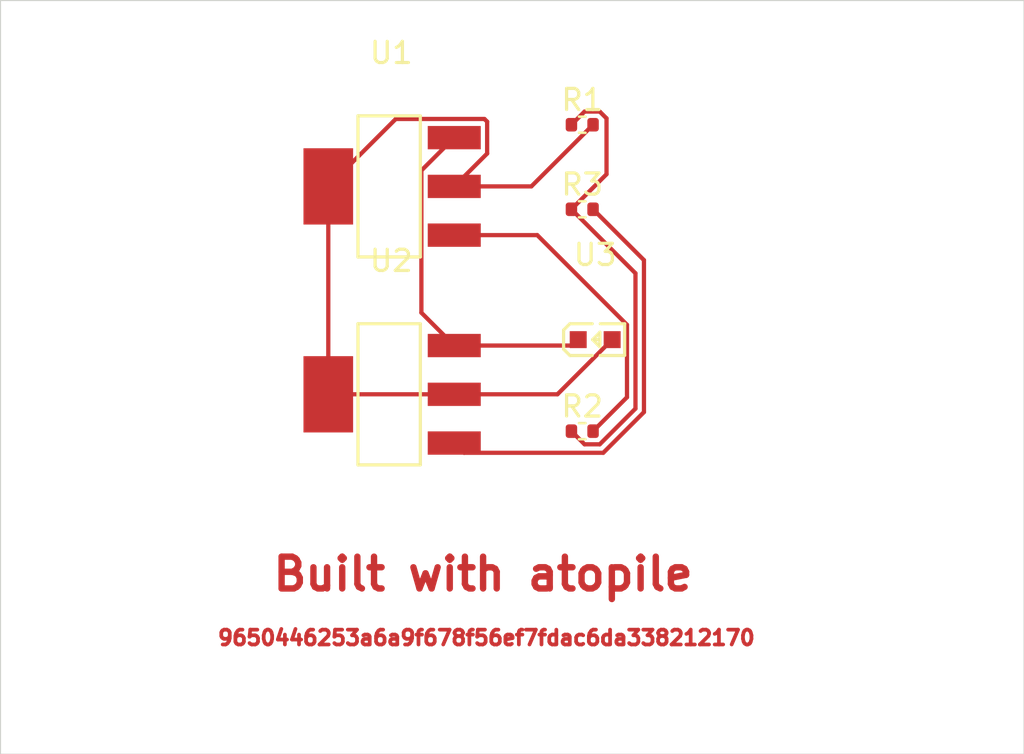
<source format=kicad_pcb>
(kicad_pcb (version 20221018) (generator pcbnew)
  (layers (0 "F.Cu" signal) (31 "B.Cu" signal) (34 "B.Paste" user) (35 "F.Paste" user) (36 "B.SilkS" user "B.Silkscreen") (37 "F.SilkS" user "F.Silkscreen") (38 "B.Mask" user) (39 "F.Mask" user) (44 "Edge.Cuts" user))
  (net 0 "")
  (net 1 "b")
  (net 2 "c")
  (net 3 "e")
  (net 4 "b-1")
  (net 5 "vcc")
  (footprint "footprints1:SOT-223-3_L6.5-W3.4-P2.30-LS7.0-BR" (layer "F.Cu") (at 142.885 89.7)
    (fp_text reference "U2" (at 0 -6.3) (layer "F.SilkS"))
    (fp_text value "")
    (fp_line (start -1.57 -3.33) (end 1.37 -3.33) (stroke (width 0.15)) (layer "F.SilkS"))
    (fp_line (start -1.57 3.33) (end -1.57 -3.33) (stroke (width 0.15)) (layer "F.SilkS"))
    (fp_line (start 1.37 -3.33) (end 1.37 3.33) (stroke (width 0.15)) (layer "F.SilkS"))
    (fp_line (start 1.37 3.33) (end -1.57 3.33) (stroke (width 0.15)) (layer "F.SilkS"))
    (pad "1" smd rect (at 2.97 2.3) (size 2.5 1.1) (layers "F.Cu" "F.Paste" "F.Mask") (net 4 "b-1"))
    (pad "2" smd rect (at 2.97 0) (size 2.5 1.1) (layers "F.Cu" "F.Paste" "F.Mask") (net 2 "c"))
    (pad "3" smd rect (at 2.97 -2.3) (size 2.5 1.1) (layers "F.Cu" "F.Paste" "F.Mask") (net 3 "e"))
    (pad "4" smd rect (at -2.97 0) (size 2.34 3.6) (layers "F.Cu" "F.Paste" "F.Mask") (net 2 "c"))
  )
  (footprint "footprints:R0402" (layer "F.Cu") (at 151.89 91.44)
    (fp_text reference "R2" (at 0 -1.17) (layer "F.SilkS"))
    (fp_text value "1.0 +/- 0.10000000000000003 kiloohm")
    (fp_line (start -0.153641 -0.38) (end 0.153641 -0.38) (stroke (width 0.12)) (layer "F.SilkS"))
    (fp_line (start -0.153641 0.38) (end 0.153641 0.38) (stroke (width 0.12)) (layer "F.SilkS"))
    (pad "1" smd roundrect (at -0.51 0) (size 0.54 0.64) (layers "F.Cu" "F.Paste" "F.Mask") (net 5 "vcc"))
    (pad "2" smd roundrect (at 0.51 0) (size 0.54 0.64) (layers "F.Cu" "F.Paste" "F.Mask") (net 1 "b"))
  )
  (footprint "footprints:R0402" (layer "F.Cu") (at 151.89 80.97)
    (fp_text reference "R3" (at 0 -1.17) (layer "F.SilkS"))
    (fp_text value "1.0 +/- 0.10000000000000003 kiloohm")
    (fp_line (start -0.153641 -0.38) (end 0.153641 -0.38) (stroke (width 0.12)) (layer "F.SilkS"))
    (fp_line (start -0.153641 0.38) (end 0.153641 0.38) (stroke (width 0.12)) (layer "F.SilkS"))
    (pad "1" smd roundrect (at -0.51 0) (size 0.54 0.64) (layers "F.Cu" "F.Paste" "F.Mask") (net 5 "vcc"))
    (pad "2" smd roundrect (at 0.51 0) (size 0.54 0.64) (layers "F.Cu" "F.Paste" "F.Mask") (net 4 "b-1"))
  )
  (footprint "footprints:LED0603-RD" (layer "F.Cu") (at 152.5 87.12)
    (fp_text reference "U3" (at 0 -4) (layer "F.SilkS"))
    (fp_text value "")
    (fp_line (start -1.49 -0.45) (end -1.19 -0.75) (stroke (width 0.15)) (layer "F.SilkS"))
    (fp_line (start -1.49 -0.35) (end -1.49 -0.45) (stroke (width 0.15)) (layer "F.SilkS"))
    (fp_line (start -1.49 -0.35) (end -1.49 0.35) (stroke (width 0.15)) (layer "F.SilkS"))
    (fp_line (start -1.49 0.35) (end -1.49 0.45) (stroke (width 0.15)) (layer "F.SilkS"))
    (fp_line (start -1.49 0.45) (end -1.19 0.75) (stroke (width 0.15)) (layer "F.SilkS"))
    (fp_line (start -0.14 -0.75) (end -1.19 -0.75) (stroke (width 0.15)) (layer "F.SilkS"))
    (fp_line (start -0.14 0.75) (end -1.19 0.75) (stroke (width 0.15)) (layer "F.SilkS"))
    (fp_line (start 0.21 0.33) (end -0.12 0) (stroke (width 0.15)) (layer "F.SilkS"))
    (fp_line (start 0.22 -0.35) (end 0.22 -0.34) (stroke (width 0.15)) (layer "F.SilkS"))
    (fp_line (start 0.22 -0.35) (end 0.22 0.33) (stroke (width 0.15)) (layer "F.SilkS"))
    (fp_line (start 0.22 -0.34) (end -0.12 0) (stroke (width 0.15)) (layer "F.SilkS"))
    (fp_line (start 0.22 0) (end -0.12 0) (stroke (width 0.15)) (layer "F.SilkS"))
    (fp_line (start 0.22 0.33) (end 0.21 0.33) (stroke (width 0.15)) (layer "F.SilkS"))
    (fp_line (start 0.24 -0.75) (end 1.39 -0.75) (stroke (width 0.15)) (layer "F.SilkS"))
    (fp_line (start 0.24 0.75) (end 1.39 0.75) (stroke (width 0.15)) (layer "F.SilkS"))
    (fp_line (start 1.39 -0.75) (end 1.39 0.73) (stroke (width 0.15)) (layer "F.SilkS"))
    (pad "1" smd rect (at -0.8 0 90) (size 0.8 0.8) (layers "F.Cu" "F.Paste" "F.Mask") (net 3 "e"))
    (pad "2" smd rect (at 0.8 0 90) (size 0.8 0.8) (layers "F.Cu" "F.Paste" "F.Mask") (net 2 "c"))
  )
  (footprint "footprints:R0402" (layer "F.Cu") (at 151.89 76.98)
    (fp_text reference "R1" (at 0 -1.17) (layer "F.SilkS"))
    (fp_text value "10.0 +/- 1.0 kiloohm")
    (fp_line (start -0.153641 -0.38) (end 0.153641 -0.38) (stroke (width 0.12)) (layer "F.SilkS"))
    (fp_line (start -0.153641 0.38) (end 0.153641 0.38) (stroke (width 0.12)) (layer "F.SilkS"))
    (pad "1" smd roundrect (at -0.51 0) (size 0.54 0.64) (layers "F.Cu" "F.Paste" "F.Mask") (net 5 "vcc"))
    (pad "2" smd roundrect (at 0.51 0) (size 0.54 0.64) (layers "F.Cu" "F.Paste" "F.Mask") (net 2 "c"))
  )
  (footprint "footprints1:SOT-223-3_L6.5-W3.4-P2.30-LS7.0-BR" (layer "F.Cu") (at 142.885 79.89)
    (fp_text reference "U1" (at 0 -6.3) (layer "F.SilkS"))
    (fp_text value "")
    (fp_line (start -1.57 -3.33) (end 1.37 -3.33) (stroke (width 0.15)) (layer "F.SilkS"))
    (fp_line (start -1.57 3.33) (end -1.57 -3.33) (stroke (width 0.15)) (layer "F.SilkS"))
    (fp_line (start 1.37 -3.33) (end 1.37 3.33) (stroke (width 0.15)) (layer "F.SilkS"))
    (fp_line (start 1.37 3.33) (end -1.57 3.33) (stroke (width 0.15)) (layer "F.SilkS"))
    (pad "1" smd rect (at 2.97 2.3) (size 2.5 1.1) (layers "F.Cu" "F.Paste" "F.Mask") (net 1 "b"))
    (pad "2" smd rect (at 2.97 0) (size 2.5 1.1) (layers "F.Cu" "F.Paste" "F.Mask") (net 2 "c"))
    (pad "3" smd rect (at 2.97 -2.3) (size 2.5 1.1) (layers "F.Cu" "F.Paste" "F.Mask") (net 3 "e"))
    (pad "4" smd rect (at -2.97 0) (size 2.34 3.6) (layers "F.Cu" "F.Paste" "F.Mask") (net 2 "c"))
  )
  (gr_rect (start 124.46 71.12) (end 172.72 106.68) (stroke (width 0.05)) (fill none) (layer "Edge.Cuts"))
  (gr_text "Built with atopile\n" (at 137.16 99.06) (layer "F.Cu") (effects (font (size 1.5 1.5) (thickness 0.3) bold) (justify left bottom)))
  (gr_text "9650446253a6a9f678f56ef7fdac6da338212170" (at 134.62 101.6) (layer "F.Cu") (effects (font (size 0.7 0.7) (thickness 0.175) bold) (justify left bottom)))
  (segment (start 154 86.42) (end 149.77 82.19) (width 0.2) (layer "F.Cu") (net 1))
  (segment (start 149.77 82.19) (end 145.855 82.19) (width 0.2) (layer "F.Cu") (net 1))
  (segment (start 152.4 91.44) (end 154 89.84) (width 0.2) (layer "F.Cu") (net 1))
  (segment (start 154 89.84) (end 154 86.42) (width 0.2) (layer "F.Cu") (net 1))
  (segment (start 150.72 89.7) (end 153.3 87.12) (width 0.2) (layer "F.Cu") (net 2))
  (segment (start 143.097 76.708) (end 139.915 79.89) (width 0.2) (layer "F.Cu") (net 2))
  (segment (start 147.405 78.34) (end 147.405 76.835) (width 0.2) (layer "F.Cu") (net 2))
  (segment (start 147.278 76.708) (end 143.097 76.708) (width 0.2) (layer "F.Cu") (net 2))
  (segment (start 145.855 89.7) (end 139.915 89.7) (width 0.2) (layer "F.Cu") (net 2))
  (segment (start 145.855 79.89) (end 147.405 78.34) (width 0.2) (layer "F.Cu") (net 2))
  (segment (start 149.49 79.89) (end 152.4 76.98) (width 0.2) (layer "F.Cu") (net 2))
  (segment (start 145.855 89.7) (end 150.72 89.7) (width 0.2) (layer "F.Cu") (net 2))
  (segment (start 147.405 76.835) (end 147.278 76.708) (width 0.2) (layer "F.Cu") (net 2))
  (segment (start 145.855 79.89) (end 149.49 79.89) (width 0.2) (layer "F.Cu") (net 2))
  (segment (start 139.915 89.7) (end 139.915 79.89) (width 0.2) (layer "F.Cu") (net 2))
  (segment (start 144.305 85.85) (end 145.855 87.4) (width 0.2) (layer "F.Cu") (net 3))
  (segment (start 145.855 77.59) (end 144.305 79.14) (width 0.2) (layer "F.Cu") (net 3))
  (segment (start 145.855 87.4) (end 151.42 87.4) (width 0.2) (layer "F.Cu") (net 3))
  (segment (start 144.305 79.14) (end 144.305 85.85) (width 0.2) (layer "F.Cu") (net 3))
  (segment (start 151.42 87.4) (end 151.7 87.12) (width 0.2) (layer "F.Cu") (net 3))
  (segment (start 145.855 92) (end 146.315 92.46) (width 0.2) (layer "F.Cu") (net 4))
  (segment (start 154.8 83.37) (end 152.4 80.97) (width 0.2) (layer "F.Cu") (net 4))
  (segment (start 154.8 90.540868) (end 154.8 83.37) (width 0.2) (layer "F.Cu") (net 4))
  (segment (start 152.880869 92.46) (end 154.8 90.540868) (width 0.2) (layer "F.Cu") (net 4))
  (segment (start 146.315 92.46) (end 152.880869 92.46) (width 0.2) (layer "F.Cu") (net 4))
  (segment (start 153.035 79.315) (end 151.38 80.97) (width 0.2) (layer "F.Cu") (net 5))
  (segment (start 151.38 76.98) (end 152 76.36) (width 0.2) (layer "F.Cu") (net 5))
  (segment (start 151.38 91.44) (end 152 92.06) (width 0.2) (layer "F.Cu") (net 5))
  (segment (start 154.4 90.375183) (end 154.4 83.99) (width 0.2) (layer "F.Cu") (net 5))
  (segment (start 153.035 76.679817) (end 153.035 79.315) (width 0.2) (layer "F.Cu") (net 5))
  (segment (start 152.715183 92.06) (end 154.4 90.375183) (width 0.2) (layer "F.Cu") (net 5))
  (segment (start 152 92.06) (end 152.715183 92.06) (width 0.2) (layer "F.Cu") (net 5))
  (segment (start 152.715183 76.36) (end 153.035 76.679817) (width 0.2) (layer "F.Cu") (net 5))
  (segment (start 154.4 83.99) (end 151.38 80.97) (width 0.2) (layer "F.Cu") (net 5))
  (segment (start 152 76.36) (end 152.715183 76.36) (width 0.2) (layer "F.Cu") (net 5))
)
</source>
